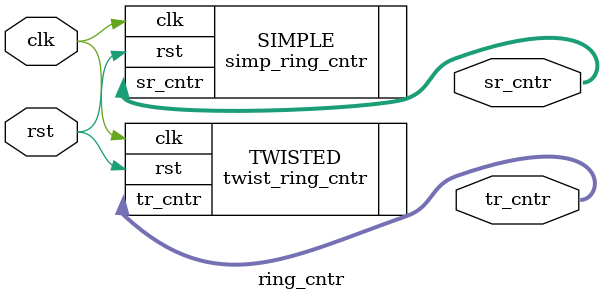
<source format=sv>
`timescale 1ns/1ns 
module ring_cntr #(parameter N = 4)(/*AUTOARG*/
   // Outputs
   sr_cntr, tr_cntr,
   // Inputs
   clk, rst
   );
   // outputs
   output [N-1:0] sr_cntr;
   output [N-1:0] tr_cntr;
   // inputs
   input	  clk;
   input	  rst;
   
  /*AUTOREG*/ 
  /*AUTOWIRE*/ 
 
simp_ring_cntr #(/*AUTOINSTPARAM*/
		 // Parameters
		 .N			(N)) SIMPLE (/*AUTOINST*/
						     // Outputs
						     .sr_cntr		(sr_cntr[N-1:0]),
						     // Inputs
						     .clk		(clk),
						     .rst		(rst)); 
twist_ring_cntr #(/*AUTOINSTPARAM*/
		  // Parameters
		  .N			(N)) TWISTED (/*AUTOINST*/
						      // Outputs
						      .tr_cntr		(tr_cntr[N-1:0]),
						      // Inputs
						      .clk		(clk),
						      .rst		(rst)); 
 
endmodule 
// Local Variables: 
// verilog-library-directories:("~/Projects/fpgaProjects/iVerilog/design/*") 
// End:

</source>
